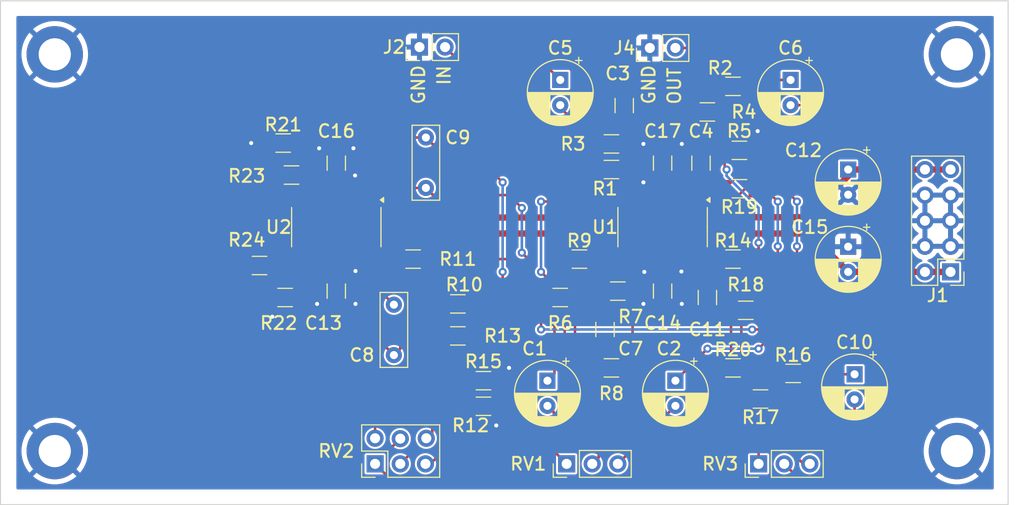
<source format=kicad_pcb>
(kicad_pcb (version 20240108) (generator "pcbnew") (generator_version "8.0")
  (layers (0 "F.Cu" signal) (31 "B.Cu" power) (34 "B.Paste" user) (35 "F.Paste" user) (36 "B.SilkS" user "B.Silkscreen") (37 "F.SilkS" user "F.Silkscreen") (38 "B.Mask" user) (39 "F.Mask" user) (44 "Edge.Cuts" user))
  (net 0 "")
  (net 1 "Net-(C1-Pad2)")
  (net 2 "Net-(C1-Pad1)")
  (net 3 "Net-(C2-Pad1)")
  (net 4 "Net-(C2-Pad2)")
  (net 5 "Net-(U1A--)")
  (net 6 "Net-(U1B--)")
  (net 7 "Net-(C5-Pad2)")
  (net 8 "Net-(U2A--)")
  (net 9 "Net-(C7-Pad2)")
  (net 10 "Net-(U2B--)")
  (net 11 "Net-(C8-Pad2)")
  (net 12 "Net-(U2C--)")
  (net 13 "Net-(C9-Pad2)")
  (net 14 "Net-(C10-Pad1)")
  (net 15 "Net-(C10-Pad2)")
  (net 16 "Net-(U2D--)")
  (net 17 "Net-(C11-Pad1)")
  (net 18 "+15V")
  (net 19 "GND")
  (net 20 "-15V")
  (net 21 "Net-(R8-Pad1)")
  (net 22 "Net-(R9-Pad1)")
  (net 23 "Net-(R10-Pad1)")
  (net 24 "Net-(R11-Pad2)")
  (net 25 "Net-(R12-Pad2)")
  (net 26 "Net-(R13-Pad2)")
  (net 27 "Net-(R15-Pad2)")
  (net 28 "Net-(U1D--)")
  (net 29 "Net-(U1C--)")
  (net 30 "Net-(J2-Pin_2)")
  (net 31 "Net-(J4-Pin_2)")
  (net 32 "Net-(R23-Pad2)")
  (net 33 "Net-(R24-Pad2)")
  (net 34 "Net-(U1A-+)")
  (net 35 "Net-(U2C-+)")
  (net 36 "Net-(U2B-+)")
  (footprint "Resistor_SMD:R_1206_3216Metric" (layer "F.Cu") (at 147.955 38.1)
    (property "Reference" "R3")
    (property "Value" "2k7")
  )
  (footprint "Connector_PinHeader_2.54mm:PinHeader_2x05_P2.54mm_Vertical" (layer "F.Cu") (at 181.61 50.8 180)
    (property "Reference" "J1")
    (property "Value" "Conn_02x05_Odd_Even")
  )
  (footprint "MountingHole:MountingHole_3.2mm_M3_DIN965_Pad" (layer "F.Cu") (at 182.245 29.21)
    (property "Reference" "H2" (hide yes))
    (property "Value" "MountingHole")
  )
  (footprint "Resistor_SMD:R_1206_3216Metric" (layer "F.Cu") (at 160.02 49.53)
    (property "Reference" "R14")
    (property "Value" "330R")
  )
  (footprint "Capacitor_THT:CP_Radial_D6.3mm_P2.50mm" (layer "F.Cu") (at 165.735 31.75 -90)
    (property "Reference" "C6")
    (property "Value" "100u")
  )
  (footprint "Capacitor_SMD:C_1206_3216Metric" (layer "F.Cu") (at 157.48 53.34 -90)
    (property "Reference" "C11")
    (property "Value" "100p")
  )
  (footprint "Package_SO:SOIC-14_3.9x8.7mm_P1.27mm" (layer "F.Cu") (at 153.035 46.355 -90)
    (property "Reference" "U1")
    (property "Value" "OPA1679")
  )
  (footprint "Capacitor_SMD:C_1206_3216Metric" (layer "F.Cu") (at 149.225 34.29 90)
    (property "Reference" "C3")
    (property "Value" "100p")
  )
  (footprint "Capacitor_THT:CP_Radial_D6.3mm_P2.50mm" (layer "F.Cu") (at 141.605 61.595 -90)
    (property "Reference" "C1")
    (property "Value" "100u")
  )
  (footprint "Resistor_SMD:R_1206_3216Metric" (layer "F.Cu") (at 148.59 52.705 180)
    (property "Reference" "R7")
    (property "Value" "2k7")
  )
  (footprint "Resistor_SMD:R_1206_3216Metric" (layer "F.Cu") (at 160.02 60.325)
    (property "Reference" "R20")
    (property "Value" "8k2")
  )
  (footprint "Capacitor_SMD:C_1206_3216Metric" (layer "F.Cu") (at 120.65 52.705 -90)
    (property "Reference" "C13")
    (property "Value" "100n")
  )
  (footprint "Resistor_SMD:R_1206_3216Metric" (layer "F.Cu") (at 162.7525 63.412379 180)
    (property "Reference" "R17")
    (property "Value" "47k")
  )
  (footprint "Resistor_SMD:R_1206_3216Metric" (layer "F.Cu") (at 160.655 38.735 180)
    (property "Reference" "R5")
    (property "Value" "1k")
  )
  (footprint "Resistor_SMD:R_1206_3216Metric" (layer "F.Cu") (at 135.255 64.135 180)
    (property "Reference" "R12")
    (property "Value" "390R")
  )
  (footprint "Resistor_SMD:R_1206_3216Metric" (layer "F.Cu") (at 128.27 49.53 180)
    (property "Reference" "R11")
    (property "Value" "270R")
  )
  (footprint "Capacitor_THT:CP_Radial_D6.3mm_P2.50mm" (layer "F.Cu") (at 171.45 40.64 -90)
    (property "Reference" "C12")
    (property "Value" "10u")
  )
  (footprint "Resistor_SMD:R_1206_3216Metric" (layer "F.Cu") (at 116.205 41.187379 180)
    (property "Reference" "R23")
    (property "Value" "0R")
  )
  (footprint "Capacitor_SMD:C_1206_3216Metric" (layer "F.Cu") (at 153.035 40.005 -90)
    (property "Reference" "C17")
    (property "Value" "100n")
  )
  (footprint "Resistor_SMD:R_1206_3216Metric" (layer "F.Cu") (at 115.57 53.34)
    (property "Reference" "R22")
    (property "Value" "0R")
  )
  (footprint "Capacitor_THT:C_Rect_L7.2mm_W2.5mm_P5.00mm_FKS2_FKP2_MKS2_MKP2" (layer "F.Cu") (at 126.365 59.055 90)
    (property "Reference" "C8")
    (property "Value" "5n6")
  )
  (footprint "Connector_PinHeader_2.54mm:PinHeader_2x03_P2.54mm_Vertical" (layer "F.Cu") (at 124.5 69.85 90)
    (property "Reference" "RV2")
    (property "Value" "10k")
  )
  (footprint "Capacitor_SMD:C_1206_3216Metric" (layer "F.Cu") (at 147.32 56.515 90)
    (property "Reference" "C7")
    (property "Value" "100p")
  )
  (footprint "Capacitor_THT:C_Rect_L7.2mm_W2.5mm_P5.00mm_FKS2_FKP2_MKS2_MKP2" (layer "F.Cu") (at 129.54 37.465 -90)
    (property "Reference" "C9")
    (property "Value" "5n6")
  )
  (footprint "Resistor_SMD:R_1206_3216Metric" (layer "F.Cu") (at 113.03 50.165 180)
    (property "Reference" "R24")
    (property "Value" "0R")
  )
  (footprint "Resistor_SMD:R_1206_3216Metric" (layer "F.Cu") (at 132.715 53.975 180)
    (property "Reference" "R10")
    (property "Value" "1k5")
  )
  (footprint "Capacitor_SMD:C_1206_3216Metric" (layer "F.Cu") (at 156.845 40.005 90)
    (property "Reference" "C4")
    (property "Value" "100p")
  )
  (footprint "Capacitor_SMD:C_1206_3216Metric" (layer "F.Cu") (at 153.035 52.705 -90)
    (property "Reference" "C14")
    (property "Value" "100n")
  )
  (footprint "Connector_PinHeader_2.54mm:PinHeader_1x02_P2.54mm_Vertical" (layer "F.Cu") (at 151.765 28.575 90)
    (property "Reference" "J4")
    (property "Value" "Conn_01x02")
  )
  (footprint "Resistor_SMD:R_1206_3216Metric" (layer "F.Cu") (at 165.989 60.872379)
    (property "Reference" "R16")
    (property "Value" "1k2")
  )
  (footprint "Resistor_SMD:R_1206_3216Metric" (layer "F.Cu") (at 161.29 54.61)
    (property "Reference" "R18")
    (property "Value" "1k8")
  )
  (footprint "Capacitor_THT:CP_Radial_D6.3mm_P2.50mm" (layer "F.Cu") (at 142.875 31.75 -90)
    (property "Reference" "C5")
    (property "Value" "100u")
  )
  (footprint "Resistor_SMD:R_1206_3216Metric" (layer "F.Cu") (at 147.955 60.325)
    (property "Reference" "R8")
    (property "Value" "1k8")
  )
  (footprint "Resistor_SMD:R_1206_3216Metric" (layer "F.Cu") (at 147.955 40.64 180)
    (property "Reference" "R1")
    (property "Value" "2k7")
  )
  (footprint "Resistor_SMD:R_1206_3216Metric" (layer "F.Cu") (at 142.875 53.34 180)
    (property "Reference" "R6")
    (property "Value" "2k7")
  )
  (footprint "Connector_PinHeader_2.54mm:PinHeader_1x03_P2.54mm_Vertical" (layer "F.Cu") (at 143.51 69.85 90)
    (property "Reference" "RV1")
    (property "Value" "4k7")
  )
  (footprint "MountingHole:MountingHole_3.2mm_M3_DIN965_Pad" (layer "F.Cu") (at 182.245 68.58)
    (property "Reference" "H4" (hide yes))
    (property "Value" "MountingHole")
  )
  (footprint "Connector_PinHeader_2.54mm:PinHeader_1x03_P2.54mm_Vertical" (layer "F.Cu") (at 162.56 69.85 90)
    (property "Reference" "RV3")
    (property "Value" "10k")
  )
  (footprint "MountingHole:MountingHole_3.2mm_M3_DIN965_Pad" (layer "F.Cu") (at 92.71 68.58)
    (property "Reference" "H3" (hide yes))
    (property "Value" "MountingHole")
  )
  (footprint "MountingHole:MountingHole_3.2mm_M3_DIN965_Pad" (layer "F.Cu") (at 92.71 29.21)
    (property "Reference" "H1" (hide yes))
    (property "Value" "MountingHole")
  )
  (footprint "Package_SO:SOIC-14_3.9x8.7mm_P1.27mm" (layer "F.Cu") (at 120.65 46.355 -90)
    (property "Reference" "U2")
    (property "Value" "OPA1679")
  )
  (footprint "Resistor_SMD:R_1206_3216Metric" (layer "F.Cu") (at 157.48 34.925)
    (property "Reference" "R4")
    (property "Value" "2k7")
  )
  (footprint "Resistor_SMD:R_1206_3216Metric" (layer "F.Cu") (at 132.715 57.15 180)
    (property "Reference" "R13")
    (property "Value" "1k5")
  )
  (footprint "Resistor_SMD:R_1206_3216Metric" (layer "F.Cu") (at 160.655 42.545 180)
    (property "Reference" "R19")
    (property "Value" "22k")
  )
  (footprint "Capacitor_THT:CP_Radial_D6.3mm_P2.50mm" (layer "F.Cu") (at 154.305 61.595 -90)
    (property "Reference" "C2")
    (property "Value" "100u")
  )
  (footprint "Capacitor_THT:CP_Radial_D6.3mm_P2.50mm" (layer "F.Cu") (at 172.085 60.96 -90)
    (property "Reference" "C10")
    (property "Value" "100u")
  )
  (footprint "Capacitor_THT:CP_Radial_D6.3mm_P2.50mm" (layer "F.Cu") (at 171.45 48.3 -90)
    (property "Reference" "C15")
    (property "Value" "10u")
  )
  (footprint "Capacitor_SMD:C_1206_3216Metric" (layer "F.Cu") (at 120.65 40.005 -90)
    (property "Reference" "C16")
    (property "Value" "100n")
  )
  (footprint "Resistor_SMD:R_1206_3216Metric" (layer "F.Cu") (at 144.78 49.53)
    (property "Reference" "R9")
    (property "Value" "270R")
  )
  (footprint "Connector_PinHeader_2.54mm:PinHeader_1x02_P2.54mm_Vertical" (layer "F.Cu") (at 128.905 28.487379 90)
    (property "Reference" "J2")
    (property "Value" "Conn_01x02")
  )
  (footprint "Resistor_SMD:R_1206_3216Metric" (layer "F.Cu") (at 160.02 32.385)
    (property "Reference" "R2")
    (property "Value" "2k7")
  )
  (footprint "Resistor_SMD:R_1206_3216Metric" (layer "F.Cu") (at 135.255 61.595 180)
    (property "Reference" "R15")
    (property "Value" "390R")
  )
  (footprint "Resistor_SMD:R_1206_3216Metric" (layer "F.Cu") (at 115.3775 38.012379)
    (property "Reference" "R21")
    (property "Value" "0R")
  )
  (gr_rect (start 87.325 23.895) (end 187.325 73.895) (stroke (width 0.1)) (fill none) (layer "Edge.Cuts"))
  (gr_text "IN" (at 132.08 32.385 90) (layer "F.SilkS") (effects (font (size 1.27 1.27) (thickness 0.2032)) (justify left bottom)))
  (gr_text "GND" (at 129.54 34.29 90) (layer "F.SilkS") (effects (font (size 1.27 1.27) (thickness 0.2032)) (justify left bottom)))
  (gr_text "GND" (at 152.4 34.29 90) (layer "F.SilkS") (effects (font (size 1.27 1.27) (thickness 0.2032)) (justify left bottom)))
  (gr_text "OUT" (at 154.94 34.29 90) (layer "F.SilkS") (effects (font (size 1.27 1.27) (thickness 0.2032)) (justify left bottom)))
  (segment (start 141.605 64.095) (end 142.24 64.73) (width 0.254) (layer "F.Cu") (net 1))
  (segment (start 142.24 68.58) (end 143.51 69.85) (width 0.254) (layer "F.Cu") (net 1))
  (segment (start 142.24 64.73) (end 142.24 68.58) (width 0.254) (layer "F.Cu") (net 1))
  (segment (start 149.225 32.815) (end 151.335 34.925) (width 0.254) (layer "F.Cu") (net 2))
  (segment (start 149.225 43.88) (end 146.4925 41.1475) (width 0.254) (layer "F.Cu") (net 2))
  (segment (start 151.335 34.925) (end 155.3825 34.925) (width 0.254) (layer "F.Cu") (net 2))
  (segment (start 143.3175 43.815) (end 140.97 43.815) (width 0.254) (layer "F.Cu") (net 2))
  (segment (start 142.302 52.132) (end 142.302 60.898) (width 0.254) (layer "F.Cu") (net 2))
  (segment (start 146.4925 40.64) (end 147.382 39.7505) (width 0.254) (layer "F.Cu") (net 2))
  (segment (start 146.4925 40.64) (end 143.3175 43.815) (width 0.254) (layer "F.Cu") (net 2))
  (segment (start 140.97 50.8) (end 142.302 52.132) (width 0.254) (layer "F.Cu") (net 2))
  (segment (start 147.382 34.658) (end 149.225 32.815) (width 0.254) (layer "F.Cu") (net 2))
  (segment (start 142.302 60.898) (end 141.605 61.595) (width 0.254) (layer "F.Cu") (net 2))
  (segment (start 147.382 39.7505) (end 147.382 34.658) (width 0.254) (layer "F.Cu") (net 2))
  (via (at 140.97 43.815) (size 0.8) (drill 0.4) (layers "F.Cu" "B.Cu") (net 2))
  (via (at 140.97 50.8) (size 0.8) (drill 0.4) (layers "F.Cu" "B.Cu") (net 2))
  (segment (start 140.97 50.8) (end 140.97 43.815) (width 0.254) (layer "B.Cu") (net 2))
  (segment (start 161.4825 32.385) (end 160.2805 31.183) (width 0.254) (layer "F.Cu") (net 3))
  (segment (start 160.2805 31.183) (end 157.999072 31.183) (width 0.254) (layer "F.Cu") (net 3))
  (segment (start 166.37 54.61) (end 166.37 48.26) (width 0.254) (layer "F.Cu") (net 3))
  (segment (start 161.4825 32.385) (end 162.1175 31.75) (width 0.254) (layer "F.Cu") (net 3))
  (segment (start 162.56 58.42) (end 166.37 54.61) (width 0.254) (layer "F.Cu") (net 3))
  (segment (start 156.91 43.815) (end 159.952 43.815) (width 0.254) (layer "F.Cu") (net 3))
  (segment (start 161.228 42.539) (end 161.228 32.6395) (width 0.254) (layer "F.Cu") (net 3))
  (segment (start 163.195 40.64) (end 166.37 43.815) (width 0.254) (layer "F.Cu") (net 3))
  (segment (start 159.952 43.815) (end 161.228 42.539) (width 0.254) (layer "F.Cu") (net 3))
  (segment (start 157.48 31.702072) (end 157.48 37.895) (width 0.254) (layer "F.Cu") (net 3))
  (segment (start 162.1175 31.75) (end 165.735 31.75) (width 0.254) (layer "F.Cu") (net 3))
  (segment (start 154.305 61.595) (end 157.48 58.42) (width 0.254) (layer "F.Cu") (net 3))
  (segment (start 157.48 37.895) (end 156.845 38.53) (width 0.254) (layer "F.Cu") (net 3))
  (segment (start 157.999072 31.183) (end 157.48 31.702072) (width 0.254) (layer "F.Cu") (net 3))
  (segment (start 161.228 40.64) (end 163.195 40.64) (width 0.254) (layer "F.Cu") (net 3))
  (via (at 162.56 58.42) (size 0.8) (drill 0.4) (layers "F.Cu" "B.Cu") (net 3))
  (via (at 166.37 43.815) (size 0.8) (drill 0.4) (layers "F.Cu" "B.Cu") (net 3))
  (via (at 157.48 58.42) (size 0.8) (drill 0.4) (layers "F.Cu" "B.Cu") (net 3))
  (via (at 166.37 48.26) (size 0.8) (drill 0.4) (layers "F.Cu" "B.Cu") (net 3))
  (segment (start 157.48 58.42) (end 162.56 58.42) (width 0.254) (layer "B.Cu") (net 3))
  (segment (start 166.37 43.815) (end 166.37 48.26) (width 0.254) (layer "B.Cu") (net 3))
  (segment (start 151.765 66.675) (end 148.59 69.85) (width 0.254) (layer "F.Cu") (net 4))
  (segment (start 151.765 66.635) (end 151.765 66.675) (width 0.254) (layer "F.Cu") (net 4))
  (segment (start 154.305 64.095) (end 151.765 66.635) (width 0.254) (layer "F.Cu") (net 4))
  (segment (start 160.655 41.0825) (end 159.1925 42.545) (width 0.254) (layer "F.Cu") (net 5))
  (segment (start 158.9425 33.02) (end 158.9425 36.29125) (width 0.254) (layer "F.Cu") (net 5))
  (segment (start 160.655 38.00375) (end 160.655 41.0825) (width 0.254) (layer "F.Cu") (net 5))
  (segment (start 157.91 42.545) (end 156.845 41.48) (width 0.254) (layer "F.Cu") (net 5))
  (segment (start 159.1925 42.545) (end 157.91 42.545) (width 0.254) (layer "F.Cu") (net 5))
  (segment (start 155.575 42.75) (end 156.845 41.48) (width 0.254) (layer "F.Cu") (net 5))
  (segment (start 158.9425 36.29125) (end 160.655 38.00375) (width 0.254) (layer "F.Cu") (net 5))
  (segment (start 155.575 43.88) (end 155.575 42.75) (width 0.254) (layer "F.Cu") (net 5))
  (segment (start 149.4175 35.9575) (end 149.4175 38.1) (width 0.254) (layer "F.Cu") (net 6))
  (segment (start 150.495 43.88) (end 150.495 42.905001) (width 0.254) (layer "F.Cu") (net 6))
  (segment (start 150.495 42.905001) (end 149.4175 41.827501) (width 0.254) (layer "F.Cu") (net 6))
  (segment (start 149.4175 40.64) (end 149.4175 38.1) (width 0.254) (layer "F.Cu") (net 6))
  (segment (start 149.4175 41.827501) (end 149.4175 40.64) (width 0.254) (layer "F.Cu") (net 6))
  (segment (start 142.875 34.4825) (end 146.4925 38.1) (width 0.254) (layer "F.Cu") (net 7))
  (segment (start 137.16 54.1675) (end 134.1775 57.15) (width 0.254) (layer "F.Cu") (net 8))
  (segment (start 123.238189 41.532323) (end 123.238189 41.226811) (width 0.254) (layer "F.Cu") (net 8))
  (segment (start 123.19 41.580512) (end 123.238189 41.532323) (width 0.254) (layer "F.Cu") (net 8))
  (segment (start 127 37.465) (end 129.54 37.465) (width 0.254) (layer "F.Cu") (net 8))
  (segment (start 133.39 38.14) (end 130.215 38.14) (width 0.254) (layer "F.Cu") (net 8))
  (segment (start 137.16 50.8) (end 137.16 54.1675) (width 0.254) (layer "F.Cu") (net 8))
  (segment (start 137.16 41.91) (end 133.39 38.14) (width 0.254) (layer "F.Cu") (net 8))
  (segment (start 130.215 38.14) (end 129.54 37.465) (width 0.254) (layer "F.Cu") (net 8))
  (segment (start 123.19 43.88) (end 123.19 41.580512) (width 0.254) (layer "F.Cu") (net 8))
  (segment (start 123.238189 41.226811) (end 127 37.465) (width 0.254) (layer "F.Cu") (net 8))
  (via (at 137.16 50.8) (size 0.8) (drill 0.4) (layers "F.Cu" "B.Cu") (net 8))
  (via (at 137.16 41.91) (size 0.8) (drill 0.4) (layers "F.Cu" "B.Cu") (net 8))
  (segment (start 137.16 41.91) (end 137.16 50.8) (width 0.254) (layer "B.Cu") (net 8))
  (segment (start 146.9425 48.83) (end 149.225 48.83) (width 0.254) (layer "F.Cu") (net 9))
  (segment (start 147.1275 50.415) (end 146.2425 49.53) (width 0.254) (layer "F.Cu") (net 9))
  (segment (start 147.1275 52.705) (end 147.1275 50.415) (width 0.254) (layer "F.Cu") (net 9))
  (segment (start 147.1275 54.8475) (end 147.1275 52.705) (width 0.254) (layer "F.Cu") (net 9))
  (segment (start 146.2425 49.53) (end 146.9425 48.83) (width 0.254) (layer "F.Cu") (net 9))
  (segment (start 118.11 43.88) (end 118.11 41.629879) (width 0.254) (layer "F.Cu") (net 10))
  (segment (start 118.11 41.629879) (end 117.6675 41.187379) (width 0.254) (layer "F.Cu") (net 10))
  (segment (start 126.365 54.055) (end 124.46 52.15) (width 0.254) (layer "F.Cu") (net 11))
  (segment (start 138.611 52.886) (end 138.611 50.346) (width 0.254) (layer "F.Cu") (net 11))
  (segment (start 124.962 48.328) (end 124.46 48.83) (width 0.254) (layer "F.Cu") (net 11))
  (segment (start 164.465 52.8975) (end 164.465 48.26) (width 0.254) (layer "F.Cu") (net 11))
  (segment (start 162.7525 56.3225) (end 162.56 56.515) (width 0.254) (layer "F.Cu") (net 11))
  (segment (start 163.195 42.545) (end 164.465 43.815) (width 0.254) (layer "F.Cu") (net 11))
  (segment (start 162.7525 54.61) (end 162.7525 56.3225) (width 0.254) (layer "F.Cu") (net 11))
  (segment (start 140.97 56.515) (end 140.97 55.245) (width 0.254) (layer "F.Cu") (net 11))
  (segment (start 162.56 56.515) (end 161.925 56.515) (width 0.254) (layer "F.Cu") (net 11))
  (segment (start 137.795 49.53) (end 129.7325 49.53) (width 0.254) (layer "F.Cu") (net 11))
  (segment (start 128.5305 48.328) (end 124.962 48.328) (width 0.254) (layer "F.Cu") (net 11))
  (segment (start 124.46 52.15) (end 124.46 48.83) (width 0.254) (layer "F.Cu") (net 11))
  (segment (start 162.1175 42.545) (end 163.195 42.545) (width 0.254) (layer "F.Cu") (net 11))
  (segment (start 129.7325 49.53) (end 128.5305 48.328) (width 0.254) (layer "F.Cu") (net 11))
  (segment (start 138.611 50.346) (end 137.795 49.53) (width 0.254) (layer "F.Cu") (net 11))
  (segment (start 140.97 55.245) (end 138.611 52.886) (width 0.254) (layer "F.Cu") (net 11))
  (segment (start 162.7525 54.61) (end 164.465 52.8975) (width 0.254) (layer "F.Cu") (net 11))
  (via (at 164.465 43.815) (size 0.8) (drill 0.4) (layers "F.Cu" "B.Cu") (net 11))
  (via (at 161.925 56.515) (size 0.8) (drill 0.4) (layers "F.Cu" "B.Cu") (net 11))
  (via (at 164.465 48.26) (size 0.8) (drill 0.4) (layers "F.Cu" "B.Cu") (net 11))
  (via (at 140.97 56.515) (size 0.8) (drill 0.4) (layers "F.Cu" "B.Cu") (net 11))
  (segment (start 140.97 56.515) (end 161.925 56.515) (width 0.254) (layer "B.Cu") (net 11))
  (segment (start 164.465 48.26) (end 164.465 43.815) (width 0.254) (layer "B.Cu") (net 11))
  (segment (start 118.11 49.804999) (end 117.749999 50.165) (width 0.254) (layer "F.Cu") (net 12))
  (segment (start 118.11 48.83) (end 118.11 49.804999) (width 0.254) (layer "F.Cu") (net 12))
  (segment (start 117.749999 50.165) (end 114.4925 50.165) (width 0.254) (layer "F.Cu") (net 12))
  (segment (start 139.7 52.07) (end 140.97 53.34) (width 0.254) (layer "F.Cu") (net 13))
  (segment (start 129.54 42.465) (end 125.875 42.465) (width 0.254) (layer "F.Cu") (net 13))
  (segment (start 139.065 44.45) (end 137.795 43.18) (width 0.254) (layer "F.Cu") (net 13))
  (segment (start 139.7 49.53) (end 139.7 52.07) (width 0.254) (layer "F.Cu") (net 13))
  (segment (start 137.795 43.18) (end 135.255 43.18) (width 0.254) (layer "F.Cu") (net 13))
  (segment (start 135.255 43.18) (end 135.215 43.14) (width 0.254) (layer "F.Cu") (net 13))
  (segment (start 130.215 43.14) (end 129.54 42.465) (width 0.254) (layer "F.Cu") (net 13))
  (segment (start 139.065 48.895) (end 139.7 49.53) (width 0.254) (layer "F.Cu") (net 13))
  (segment (start 135.215 43.14) (end 130.215 43.14) (width 0.254) (layer "F.Cu") (net 13))
  (segment (start 140.97 53.34) (end 141.4125 53.34) (width 0.254) (layer "F.Cu") (net 13))
  (segment (start 125.875 42.465) (end 124.46 43.88) (width 0.254) (layer "F.Cu") (net 13))
  (via (at 139.065 44.45) (size 0.8) (drill 0.4) (layers "F.Cu" "B.Cu") (net 13))
  (via (at 139.065 48.895) (size 0.8) (drill 0.4) (layers "F.Cu" "B.Cu") (net 13))
  (segment (start 139.065 44.45) (end 139.065 48.895) (width 0.254) (layer "B.Cu") (net 13))
  (segment (start 172.085 60.96) (end 167.539121 60.96) (width 0.254) (layer "F.Cu") (net 14))
  (segment (start 165.1 69.85) (end 166.277 71.027) (width 0.254) (layer "F.Cu") (net 15))
  (segment (start 172.085 67.31) (end 172.085 63.46) (width 0.254) (layer "F.Cu") (net 15))
  (segment (start 168.368 71.027) (end 172.085 67.31) (width 0.254) (layer "F.Cu") (net 15))
  (segment (start 166.277 71.027) (end 168.368 71.027) (width 0.254) (layer "F.Cu") (net 15))
  (segment (start 126.365 59.055) (end 127 58.42) (width 0.254) (layer "F.Cu") (net 16))
  (segment (start 123.282 48.922) (end 123.282 55.972) (width 0.254) (layer "F.Cu") (net 16))
  (segment (start 123.282 55.972) (end 126.365 59.055) (width 0.254) (layer "F.Cu") (net 16))
  (segment (start 127 58.42) (end 127 58.2275) (width 0.254) (layer "F.Cu") (net 16))
  (segment (start 124.46 57.15) (end 124.46 56.9575) (width 0.254) (layer "F.Cu") (net 16))
  (segment (start 126.365 59.055) (end 124.46 57.15) (width 0.254) (layer "F.Cu") (net 16))
  (segment (start 127 58.2275) (end 131.2525 53.975) (width 0.254) (layer "F.Cu") (net 16))
  (segment (start 160.8475 59.69) (end 160.8475 53.112879) (width 0.254) (layer "F.Cu") (net 17))
  (segment (start 167.005 69.85) (end 164.215 67.06) (width 0.254) (layer "F.Cu") (net 17))
  (segment (start 158.5575 49.53) (end 157.8575 48.83) (width 0.254) (layer "F.Cu") (net 17))
  (segment (start 157.8575 48.83) (end 156.845 48.83) (width 0.254) (layer "F.Cu") (net 17))
  (segment (start 164.215 67.06) (end 164.215 63.412379) (width 0.254) (layer "F.Cu") (net 17))
  (segment (start 160.8475 53.112879) (end 159.599621 51.865) (width 0.254) (layer "F.Cu") (net 17))
  (segment (start 161.4825 60.325) (end 160.8475 59.69) (width 0.254) (layer "F.Cu") (net 17))
  (segment (start 157.48 51.865) (end 158.5575 50.7875) (width 0.254) (layer "F.Cu") (net 17))
  (segment (start 161.4825 60.325) (end 163.979121 60.325) (width 0.254) (layer "F.Cu") (net 17))
  (segment (start 159.599621 51.865) (end 157.48 51.865) (width 0.254) (layer "F.Cu") (net 17))
  (segment (start 164.215 63.412379) (end 164.215 61.183879) (width 0.254) (layer "F.Cu") (net 17))
  (segment (start 158.5575 50.7875) (end 158.5575 49.53) (width 0.254) (layer "F.Cu") (net 17))
  (segment (start 163.979121 60.325) (end 164.5265 60.872379) (width 0.254) (layer "F.Cu") (net 17))
  (segment (start 120.65 43.88) (end 120.65 41.48) (width 0.635) (layer "F.Cu") (net 18))
  (segment (start 153.552501 45.3725) (end 153.035 44.854999) (width 0.635) (layer "F.Cu") (net 18))
  (segment (start 181.61 40.64) (end 171.45 40.64) (width 0.635) (layer "F.Cu") (net 18))
  (segment (start 153.035 44.854999) (end 152.48312 45.406879) (width 0.635) (layer "F.Cu") (net 18))
  (segment (start 120.65 44.533144) (end 120.65 43.88) (width 0.635) (layer "F.Cu") (net 18))
  (segment (start 171.45 41.275) (end 167.3525 45.3725) (width 0.635) (layer "F.Cu") (net 18))
  (segment (start 152.48312 45.406879) (end 121.523735 45.406879) (width 0.635) (layer "F.Cu") (net 18))
  (segment (start 167.3525 45.3725) (end 153.552501 45.3725) (width 0.635) (layer "F.Cu") (net 18))
  (segment (start 171.45 40.64) (end 171.45 41.275) (width 0.635) (layer "F.Cu") (net 18))
  (segment (start 121.523735 45.406879) (end 120.65 44.533144) (width 0.635) (layer "F.Cu") (net 18))
  (segment (start 153.035 43.88) (end 153.035 44.854999) (width 0.635) (layer "F.Cu") (net 18))
  (segment (start 153.035 43.88) (end 153.035 41.48) (width 0.635) (layer "F.Cu") (net 18))
  (segment (start 154.305 48.83) (end 154.305 50.167513) (width 0.254) (layer "F.Cu") (net 19))
  (segment (start 121.92 41.822378) (end 121.92 43.88) (width 0.254) (layer "F.Cu") (net 19))
  (segment (start 121.92 50.077379) (end 122.555 50.712379) (width 0.254) (layer "F.Cu") (net 19))
  (segment (start 151.13 38.1) (end 151.56 38.53) (width 0.635) (layer "F.Cu") (net 19))
  (segment (start 151.13 41.91) (end 151.765 42.545) (width 0.254) (layer "F.Cu") (net 19))
  (segment (start 113.915 38.012379) (end 112.2025 38.012379) (width 0.254) (layer "F.Cu") (net 19))
  (segment (start 136.7175 65.8475) (end 136.7175 64.135) (width 0.254) (layer "F.Cu") (net 19))
  (segment (start 121.92 48.83) (end 121.92 50.077379) (width 0.254) (layer "F.Cu") (net 19))
  (segment (start 122.511189 41.231189) (end 121.92 41.822378) (width 0.254) (layer "F.Cu") (net 19))
  (segment (start 162.1175 37.1805) (end 162.1175 38.735) (width 0.254) (layer "F.Cu") (net 19))
  (segment (start 118.95 38.53) (end 120.65 38.53) (width 0.635) (layer "F.Cu") (net 19))
  (segment (start 154.94 38.1) (end 154.51 38.53) (width 0.635) (layer "F.Cu") (net 19))
  (segment (start 151.765 42.545) (end 151.765 43.88) (width 0.254) (layer "F.Cu") (net 19))
  (segment (start 151.222 50.8) (end 151.765 50.257) (width 0.254) (layer "F.Cu") (net 19))
  (segment (start 154.305 50.167513) (end 154.897433 50.759946) (width 0.254) (layer "F.Cu") (net 19))
  (segment (start 118.745 53.975) (end 118.95 54.18) (width 0.635) (layer "F.Cu") (net 19))
  (segment (start 153.24 53.975) (end 154.94 53.975) (width 0.635) (layer "F.Cu") (net 19))
  (segment (start 162.468 36.83) (end 162.1175 37.1805) (width 0.254) (layer "F.Cu") (net 19))
  (segment (start 137.795 60.325) (end 136.7175 61.4025) (width 0.254) (layer "F.Cu") (net 19))
  (segment (start 151.56 38.53) (end 153.035 38.53) (width 0.635) (layer "F.Cu") (net 19))
  (segment (start 154.51 38.53) (end 153.035 38.53) (width 0.635) (layer "F.Cu") (net 19))
  (segment (start 122.35 38.53) (end 120.65 38.53) (width 0.635) (layer "F.Cu") (net 19))
  (segment (start 151.13 53.975) (end 152.83 53.975) (width 0.635) (layer "F.Cu") (net 19))
  (segment (start 114.1075 55.0525) (end 114.1075 53.34) (width 0.254) (layer "F.Cu") (net 19))
  (segment (start 136.525 66.04) (end 136.7175 65.8475) (width 0.254) (layer "F.Cu") (net 19))
  (segment (start 114.3 55.245) (end 114.1075 55.0525) (width 0.254) (layer "F.Cu") (net 19))
  (segment (start 118.95 54.18) (end 120.65 54.18) (width 0.635) (layer "F.Cu") (net 19))
  (segment (start 122.555 53.975) (end 122.35 54.18) (width 0.635) (layer "F.Cu") (net 19))
  (segment (start 151.765 50.257) (end 151.765 48.83) (width 0.254) (layer "F.Cu") (net 19))
  (segment (start 122.35 54.18) (end 120.65 54.18) (width 0.635) (layer "F.Cu") (net 19))
  (via (at 151.13 41.91) (size 0.8) (drill 0.4) (layers "F.Cu" "B.Cu") (net 19))
  (via (at 122.35 38.53) (size 0.8) (drill 0.4) (layers "F.Cu" "B.Cu") (net 19))
  (via (at 118.95 38.53) (size 0.8) (drill 0.4) (layers "F.Cu" "B.Cu") (net 19))
  (via (at 151.222 50.8) (size 0.8) (drill 0.4) (layers "F.Cu" "B.Cu") (net 19))
  (via (at 151.13 38.1) (size 0.8) (drill 0.4) (layers "F.Cu" "B.Cu") (net 19))
  (via (at 137.795 60.325) (size 0.8) (drill 0.4) (layers "F.Cu" "B.Cu") (net 19))
  (via (at 154.897433 50.759946) (size 0.8) (drill 0.4) (layers "F.Cu" "B.Cu") (net 19))
  (via (at 122.555 50.712379) (size 0.8) (drill 0.4) (layers "F.Cu" "B.Cu") (net 19))
  (via (at 122.555 53.975) (size 0.8) (drill 0.4) (layers "F.Cu" "B.Cu") (net 19))
  (via (at 151.13 53.975) (size 0.8) (drill 0.4) (layers "F.Cu" "B.Cu") (net 19))
  (via (at 122.511189 41.231189) (size 0.8) (drill 0.4) (layers "F.Cu" "B.Cu") (net 19))
  (via (at 114.3 55.245) (size 0.8) (drill 0.4) (layers "F.Cu" "B.Cu") (net 19))
  (via (at 112.2025 38.012379) (size 0.8) (drill 0.4) (layers "F.Cu" "B.Cu") (net 19))
  (via (at 136.525 66.04) (size 0.8) (drill 0.4) (layers "F.Cu" "B.Cu") (net 19))
  (via (at 154.94 53.975) (size 0.8) (drill 0.4) (layers "F.Cu" "B.Cu") (net 19))
  (via (at 154.94 38.1) (size 0.8) (drill 0.4) (layers "F.Cu" "B.Cu") (net 19))
  (via (at 118.745 53.975) (size 0.8) (drill 0.4) (layers "F.Cu" "B.Cu") (net 19))
  (via (at 162.468 36.83) (size 0.8) (drill 0.4) (layers "F.Cu" "B.Cu") (net 19))
  (segment (start 153.900001 46.99) (end 153.035 47.855001) (width 0.635) (layer "F.Cu") (net 20))
  (segment (start 121.515001 46.99) (end 120.65 47.855001) (width 0.635) (layer "F.Cu") (net 20))
  (segment (start 120.65 48.83) (end 120.65 51.23) (width 0.635) (layer "F.Cu") (net 20))
  (segment (start 120.65 47.855001) (end 120.65 48.83) (width 0.635) (layer "F.Cu") (net 20))
  (segment (start 167.64 46.99) (end 153.900001 46.99) (width 0.635) (layer "F.Cu") (net 20))
  (segment (start 153.035 47.855001) (end 152.169999 46.99) (width 0.635) (layer "F.Cu") (net 20))
  (segment (start 171.45 50.8) (end 167.64 46.99) (width 0.635) (layer "F.Cu") (net 20))
  (segment (start 153.035 48.83) (end 153.035 51.23) (width 0.635) (layer "F.Cu") (net 20))
  (segment (start 153.035 48.83) (end 153.035 47.855001) (width 0.635) (layer "F.Cu") (net 20))
  (segment (start 152.169999 46.99) (end 121.515001 46.99) (width 0.635) (layer "F.Cu") (net 20))
  (segment (start 181.61 50.8) (end 179.07 50.8) (width 0.635) (layer "F.Cu") (net 20))
  (segment (start 179.07 50.8) (end 171.45 50.8) (width 0.635) (layer "F.Cu") (net 20))
  (segment (start 146.05 69.85) (end 146.685 69.215) (width 0.254) (layer "F.Cu") (net 21))
  (segment (start 146.685 69.215) (end 146.685 60.5175) (width 0.254) (layer "F.Cu") (net 21))
  (segment (start 142.875 62.865) (end 140.97 62.865) (width 0.254) (layer "F.Cu") (net 22))
  (segment (start 132.735 71.1) (end 125.75 71.1) (width 0.254) (layer "F.Cu") (net 22))
  (segment (start 125.77 71.12) (end 124.5 69.85) (width 0.254) (layer "F.Cu") (net 22))
  (segment (start 132.735 71.1) (end 140.97 62.865) (width 0.254) (layer "F.Cu") (net 22))
  (segment (start 143.3175 62.4225) (end 142.875 62.865) (width 0.254) (layer "F.Cu") (net 22))
  (segment (start 143.3175 49.53) (end 143.3175 62.4225) (width 0.254) (layer "F.Cu") (net 22))
  (segment (start 134.1775 53.975) (end 132.592 55.5605) (width 0.254) (layer "F.Cu") (net 23))
  (segment (start 132.592 59.655306) (end 128.177 64.070306) (width 0.254) (layer "F.Cu") (net 23))
  (segment (start 128.177 68.673) (end 127 69.85) (width 0.254) (layer "F.Cu") (net 23))
  (segment (start 128.177 64.070306) (end 128.177 68.673) (width 0.254) (layer "F.Cu") (net 23))
  (segment (start 132.592 55.5605) (end 132.592 59.655306) (width 0.254) (layer "F.Cu") (net 23))
  (segment (start 128.0775 50.8) (end 126.8075 49.53) (width 0.25) (layer "F.Cu") (net 24))
  (segment (start 130.81 50.8) (end 128.0775 50.8) (width 0.25) (layer "F.Cu") (net 24))
  (segment (start 132.14 54.8451) (end 132.14 52.13) (width 0.25) (layer "F.Cu") (net 24))
  (segment (start 124.5 66) (end 132.14 58.36) (width 0.25) (layer "F.Cu") (net 24))
  (segment (start 132.14 58.36) (end 132.14 56.2799) (width 0.25) (layer "F.Cu") (net 24))
  (segment (start 132.08 54.9051) (end 132.14 54.8451) (width 0.25) (layer "F.Cu") (net 24))
  (segment (start 132.08 56.2199) (end 132.08 54.9051) (width 0.25) (layer "F.Cu") (net 24))
  (segment (start 132.14 52.13) (end 130.81 50.8) (width 0.25) (layer "F.Cu") (net 24))
  (segment (start 124.5 67.31) (end 124.5 66) (width 0.25) (layer "F.Cu") (net 24))
  (segment (start 132.14 56.2799) (end 132.08 56.2199) (width 0.25) (layer "F.Cu") (net 24))
  (segment (start 131.445 66.4825) (end 133.7925 64.135) (width 0.254) (layer "F.Cu") (net 25))
  (segment (start 131.445 68.3875) (end 131.445 66.4825) (width 0.254) (layer "F.Cu") (net 25))
  (segment (start 129.9825 69.85) (end 131.445 68.3875) (width 0.254) (layer "F.Cu") (net 25))
  (segment (start 125.77 68.58) (end 127 67.35) (width 0.254) (layer "F.Cu") (net 26))
  (segment (start 131.2525 57.15) (end 123.323 65.0795) (width 0.254) (layer "F.Cu") (net 26))
  (segment (start 123.323 65.0795) (end 123.323 67.98353) (width 0.254) (layer "F.Cu") (net 26))
  (segment (start 123.91947 68.58) (end 125.77 68.58) (width 0.254) (layer "F.Cu") (net 26))
  (segment (start 123.323 67.98353) (end 123.91947 68.58) (width 0.254) (layer "F.Cu") (net 26))
  (segment (start 129.58 67.31) (end 130.175 66.715) (width 0.254) (layer "F.Cu") (net 27))
  (segment (start 131.8875 61.595) (end 133.7925 61.595) (width 0.254) (layer "F.Cu") (net 27))
  (segment (start 130.175 63.3075) (end 131.8875 61.595) (width 0.254) (layer "F.Cu") (net 27))
  (segment (start 130.175 66.715) (end 130.175 63.3075) (width 0.254) (layer "F.Cu") (net 27))
  (segment (start 155.575 48.83) (end 155.575 50.409379) (width 0.254) (layer "F.Cu") (net 28))
  (segment (start 157.48 54.815) (end 159.6225 54.815) (width 0.254) (layer "F.Cu") (net 28))
  (segment (start 155.624433 50.458812) (end 155.624433 52.119433) (width 0.254) (layer "F.Cu") (net 28))
  (segment (start 159.8275 54.61) (end 159.8275 61.949879) (width 0.254) (layer "F.Cu") (net 28))
  (segment (start 155.624433 52.119433) (end 157.48 53.975) (width 0.254) (layer "F.Cu") (net 28))
  (segment (start 161.29 63.412379) (end 162.56 64.682379) (width 0.254) (layer "F.Cu") (net 28))
  (segment (start 155.575 50.409379) (end 155.624433 50.458812) (width 0.254) (layer "F.Cu") (net 28))
  (segment (start 162.56 64.682379) (end 162.56 69.85) (width 0.254) (layer "F.Cu") (net 28))
  (segment (start 157.48 53.975) (end 157.48 54.815) (width 0.254) (layer "F.Cu") (net 28))
  (segment (start 159.8275 61.949879) (end 161.29 63.412379) (width 0.254) (layer "F.Cu") (net 28))
  (segment (start 156.0175 62.865) (end 158.5575 60.325) (width 0.254) (layer "F.Cu") (net 29))
  (segment (start 149.6225 57.99) (end 149.6225 60.12) (width 0.254) (layer "F.Cu") (net 29))
  (segment (start 147.32 57.99) (end 149.6225 57.99) (width 0.254) (layer "F.Cu") (net 29))
  (segment (start 151.9575 62.865) (end 156.0175 62.865) (width 0.254) (layer "F.Cu") (net 29))
  (segment (start 150.0525 52.705) (end 150.495 52.2625) (width 0.254) (layer "F.Cu") (net 29))
  (segment (start 144.3375 57.3425) (end 144.985 57.99) (width 0.254) (layer "F.Cu") (net 29))
  (segment (start 149.6225 57.99) (end 150.0525 57.56) (width 0.254) (layer "F.Cu") (net 29))
  (segment (start 144.3375 53.34) (end 144.3375 57.3425) (width 0.254) (layer "F.Cu") (net 29))
  (segment (start 144.985 57.99) (end 146.685 57.99) (width 0.254) (layer "F.Cu") (net 29))
  (segment (start 149.4175 60.325) (end 151.9575 62.865) (width 0.254) (layer "F.Cu") (net 29))
  (segment (start 150.0525 57.56) (end 150.0525 52.705) (width 0.254) (layer "F.Cu") (net 29))
  (segment (start 150.495 52.2625) (end 150.495 48.83) (width 0.254) (layer "F.Cu") (net 29))
  (segment (start 142.875 31.75) (end 141.645 30.52) (width 0.254) (layer "F.Cu") (net 30))
  (segment (start 133.477621 30.52) (end 131.445 28.487379) (width 0.254) (layer "F.Cu") (net 30))
  (segment (start 141.645 30.52) (end 133.477621 30.52) (width 0.254) (layer "F.Cu") (net 30))
  (segment (start 165.735 34.25) (end 167.045 34.25) (width 0.254) (layer "F.Cu") (net 31))
  (segment (start 167.045 34.25) (end 167.64 33.655) (width 0.254) (layer "F.Cu") (net 31))
  (segment (start 167.64 29.845) (end 166.37 28.575) (width 0.254) (layer "F.Cu") (net 31))
  (segment (start 166.37 28.575) (end 154.305 28.575) (width 0.254) (layer "F.Cu") (net 31))
  (segment (start 167.64 33.655) (end 167.64 29.845) (width 0.254) (layer "F.Cu") (net 31))
  (segment (start 116.84 43.88) (end 114.7425 41.7825) (width 0.254) (layer "F.Cu") (net 32))
  (segment (start 116.84 48.83) (end 112.9025 48.83) (width 0.254) (layer "F.Cu") (net 33))
  (segment (start 112.9025 48.83) (end 111.5675 50.165) (width 0.254) (layer "F.Cu") (net 33))
  (segment (start 157.740928 39.943) (end 155.002 39.943) (width 0.254) (layer "F.Cu") (net 34))
  (segment (start 154.305 40.64) (end 154.305 43.88) (width 0.254) (layer "F.Cu") (net 34))
  (segment (start 161.4825 49.53) (end 162.56 48.4525) (width 0.254) (layer "F.Cu") (net 34))
  (segment (start 159.1925 38.735) (end 159.1925 40.4475) (width 0.254) (layer "F.Cu") (net 34))
  (segment (start 157.9225 40.005) (end 157.802928 40.005) (width 0.254) (layer "F.Cu") (net 34))
  (segment (start 159.1925 38.735) (end 157.9225 40.005) (width 0.254) (layer "F.Cu") (net 34))
  (segment (start 157.802928 40.005) (end 157.740928 39.943) (width 0.254) (layer "F.Cu") (net 34))
  (segment (start 155.002 39.943) (end 154.305 40.64) (width 0.254) (layer "F.Cu") (net 34))
  (segment (start 159.1925 40.4475) (end 159.385 40.64) (width 0.254) (layer "F.Cu") (net 34))
  (segment (start 162.56 48.4525) (end 162.56 47.9075) (width 0.254) (layer "F.Cu") (net 34))
  (via (at 162.56 47.9075) (size 0.8) (drill 0.4) (layers "F.Cu" "B.Cu") (net 34))
  (via (at 159.385 40.64) (size 0.8) (drill 0.4) (layers "F.Cu" "B.Cu") (net 34))
  (segment (start 159.385 41.275) (end 159.385 40.64) (width 0.254) (layer "B.Cu") (net 34))
  (segment (start 162.56 44.45) (end 159.385 41.275) (width 0.254) (layer "B.Cu") (net 34))
  (segment (start 162.56 47.9075) (end 162.56 44.45) (width 0.254) (layer "B.Cu") (net 34))
  (segment (start 119.38 50.165) (end 119.38 48.83) (width 0.254) (layer "F.Cu") (net 35))
  (segment (start 117.0325 53.34) (end 117.0325 52.5125) (width 0.254) (layer "F.Cu") (net 35))
  (segment (start 117.0325 52.5125) (end 119.38 50.165) (width 0.254) (layer "F.Cu") (net 35))
  (segment (start 119.38 40.552379) (end 119.38 43.88) (width 0.254) (layer "F.Cu") (net 36))
  (segment (start 116.84 38.012379) (end 119.38 40.552379) (width 0.254) (layer "F.Cu") (net 36))
  (zone (net 19) (net_name "GND") (layer "B.Cu") (name "InOut") (connect_pads (clearance 0)) (min_thickness 0.25) (fill yes (thermal_gap 0.5) (thermal_bridge_width 0.5))
    (polygon (pts (xy 185.9 25.4) (xy 88.9 25.4) (xy 88.9 72.39) (xy 185.9 72.39)))
  )
)
</source>
